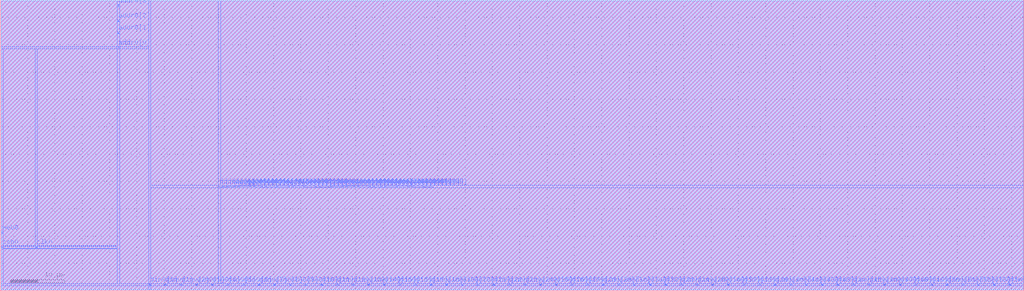
<source format=lef>
VERSION 5.4 ;
NAMESCASESENSITIVE ON ;
BUSBITCHARS "[]" ;
DIVIDERCHAR "/" ;
UNITS
  DATABASE MICRONS 2000 ;
END UNITS
MACRO btb_sram
   CLASS BLOCK ;
   SIZE 187.215 BY 53.22 ;
   SYMMETRY X Y R90 ;
   PIN din0[0]
      DIRECTION INPUT ;
      PORT
         LAYER metal3 ;
         RECT  27.27 1.0375 27.405 1.1725 ;
      END
   END din0[0]
   PIN din0[1]
      DIRECTION INPUT ;
      PORT
         LAYER metal3 ;
         RECT  30.13 1.0375 30.265 1.1725 ;
      END
   END din0[1]
   PIN din0[2]
      DIRECTION INPUT ;
      PORT
         LAYER metal3 ;
         RECT  32.99 1.0375 33.125 1.1725 ;
      END
   END din0[2]
   PIN din0[3]
      DIRECTION INPUT ;
      PORT
         LAYER metal3 ;
         RECT  35.85 1.0375 35.985 1.1725 ;
      END
   END din0[3]
   PIN din0[4]
      DIRECTION INPUT ;
      PORT
         LAYER metal3 ;
         RECT  38.71 1.0375 38.845 1.1725 ;
      END
   END din0[4]
   PIN din0[5]
      DIRECTION INPUT ;
      PORT
         LAYER metal3 ;
         RECT  41.57 1.0375 41.705 1.1725 ;
      END
   END din0[5]
   PIN din0[6]
      DIRECTION INPUT ;
      PORT
         LAYER metal3 ;
         RECT  44.43 1.0375 44.565 1.1725 ;
      END
   END din0[6]
   PIN din0[7]
      DIRECTION INPUT ;
      PORT
         LAYER metal3 ;
         RECT  47.29 1.0375 47.425 1.1725 ;
      END
   END din0[7]
   PIN din0[8]
      DIRECTION INPUT ;
      PORT
         LAYER metal3 ;
         RECT  50.15 1.0375 50.285 1.1725 ;
      END
   END din0[8]
   PIN din0[9]
      DIRECTION INPUT ;
      PORT
         LAYER metal3 ;
         RECT  53.01 1.0375 53.145 1.1725 ;
      END
   END din0[9]
   PIN din0[10]
      DIRECTION INPUT ;
      PORT
         LAYER metal3 ;
         RECT  55.87 1.0375 56.005 1.1725 ;
      END
   END din0[10]
   PIN din0[11]
      DIRECTION INPUT ;
      PORT
         LAYER metal3 ;
         RECT  58.73 1.0375 58.865 1.1725 ;
      END
   END din0[11]
   PIN din0[12]
      DIRECTION INPUT ;
      PORT
         LAYER metal3 ;
         RECT  61.59 1.0375 61.725 1.1725 ;
      END
   END din0[12]
   PIN din0[13]
      DIRECTION INPUT ;
      PORT
         LAYER metal3 ;
         RECT  64.45 1.0375 64.585 1.1725 ;
      END
   END din0[13]
   PIN din0[14]
      DIRECTION INPUT ;
      PORT
         LAYER metal3 ;
         RECT  67.31 1.0375 67.445 1.1725 ;
      END
   END din0[14]
   PIN din0[15]
      DIRECTION INPUT ;
      PORT
         LAYER metal3 ;
         RECT  70.17 1.0375 70.305 1.1725 ;
      END
   END din0[15]
   PIN din0[16]
      DIRECTION INPUT ;
      PORT
         LAYER metal3 ;
         RECT  73.03 1.0375 73.165 1.1725 ;
      END
   END din0[16]
   PIN din0[17]
      DIRECTION INPUT ;
      PORT
         LAYER metal3 ;
         RECT  75.89 1.0375 76.025 1.1725 ;
      END
   END din0[17]
   PIN din0[18]
      DIRECTION INPUT ;
      PORT
         LAYER metal3 ;
         RECT  78.75 1.0375 78.885 1.1725 ;
      END
   END din0[18]
   PIN din0[19]
      DIRECTION INPUT ;
      PORT
         LAYER metal3 ;
         RECT  81.61 1.0375 81.745 1.1725 ;
      END
   END din0[19]
   PIN din0[20]
      DIRECTION INPUT ;
      PORT
         LAYER metal3 ;
         RECT  84.47 1.0375 84.605 1.1725 ;
      END
   END din0[20]
   PIN din0[21]
      DIRECTION INPUT ;
      PORT
         LAYER metal3 ;
         RECT  87.33 1.0375 87.465 1.1725 ;
      END
   END din0[21]
   PIN din0[22]
      DIRECTION INPUT ;
      PORT
         LAYER metal3 ;
         RECT  90.19 1.0375 90.325 1.1725 ;
      END
   END din0[22]
   PIN din0[23]
      DIRECTION INPUT ;
      PORT
         LAYER metal3 ;
         RECT  93.05 1.0375 93.185 1.1725 ;
      END
   END din0[23]
   PIN din0[24]
      DIRECTION INPUT ;
      PORT
         LAYER metal3 ;
         RECT  95.91 1.0375 96.045 1.1725 ;
      END
   END din0[24]
   PIN din0[25]
      DIRECTION INPUT ;
      PORT
         LAYER metal3 ;
         RECT  98.77 1.0375 98.905 1.1725 ;
      END
   END din0[25]
   PIN din0[26]
      DIRECTION INPUT ;
      PORT
         LAYER metal3 ;
         RECT  101.63 1.0375 101.765 1.1725 ;
      END
   END din0[26]
   PIN din0[27]
      DIRECTION INPUT ;
      PORT
         LAYER metal3 ;
         RECT  104.49 1.0375 104.625 1.1725 ;
      END
   END din0[27]
   PIN din0[28]
      DIRECTION INPUT ;
      PORT
         LAYER metal3 ;
         RECT  107.35 1.0375 107.485 1.1725 ;
      END
   END din0[28]
   PIN din0[29]
      DIRECTION INPUT ;
      PORT
         LAYER metal3 ;
         RECT  110.21 1.0375 110.345 1.1725 ;
      END
   END din0[29]
   PIN din0[30]
      DIRECTION INPUT ;
      PORT
         LAYER metal3 ;
         RECT  113.07 1.0375 113.205 1.1725 ;
      END
   END din0[30]
   PIN din0[31]
      DIRECTION INPUT ;
      PORT
         LAYER metal3 ;
         RECT  115.93 1.0375 116.065 1.1725 ;
      END
   END din0[31]
   PIN din0[32]
      DIRECTION INPUT ;
      PORT
         LAYER metal3 ;
         RECT  118.79 1.0375 118.925 1.1725 ;
      END
   END din0[32]
   PIN din0[33]
      DIRECTION INPUT ;
      PORT
         LAYER metal3 ;
         RECT  121.65 1.0375 121.785 1.1725 ;
      END
   END din0[33]
   PIN din0[34]
      DIRECTION INPUT ;
      PORT
         LAYER metal3 ;
         RECT  124.51 1.0375 124.645 1.1725 ;
      END
   END din0[34]
   PIN din0[35]
      DIRECTION INPUT ;
      PORT
         LAYER metal3 ;
         RECT  127.37 1.0375 127.505 1.1725 ;
      END
   END din0[35]
   PIN din0[36]
      DIRECTION INPUT ;
      PORT
         LAYER metal3 ;
         RECT  130.23 1.0375 130.365 1.1725 ;
      END
   END din0[36]
   PIN din0[37]
      DIRECTION INPUT ;
      PORT
         LAYER metal3 ;
         RECT  133.09 1.0375 133.225 1.1725 ;
      END
   END din0[37]
   PIN din0[38]
      DIRECTION INPUT ;
      PORT
         LAYER metal3 ;
         RECT  135.95 1.0375 136.085 1.1725 ;
      END
   END din0[38]
   PIN din0[39]
      DIRECTION INPUT ;
      PORT
         LAYER metal3 ;
         RECT  138.81 1.0375 138.945 1.1725 ;
      END
   END din0[39]
   PIN din0[40]
      DIRECTION INPUT ;
      PORT
         LAYER metal3 ;
         RECT  141.67 1.0375 141.805 1.1725 ;
      END
   END din0[40]
   PIN din0[41]
      DIRECTION INPUT ;
      PORT
         LAYER metal3 ;
         RECT  144.53 1.0375 144.665 1.1725 ;
      END
   END din0[41]
   PIN din0[42]
      DIRECTION INPUT ;
      PORT
         LAYER metal3 ;
         RECT  147.39 1.0375 147.525 1.1725 ;
      END
   END din0[42]
   PIN din0[43]
      DIRECTION INPUT ;
      PORT
         LAYER metal3 ;
         RECT  150.25 1.0375 150.385 1.1725 ;
      END
   END din0[43]
   PIN din0[44]
      DIRECTION INPUT ;
      PORT
         LAYER metal3 ;
         RECT  153.11 1.0375 153.245 1.1725 ;
      END
   END din0[44]
   PIN din0[45]
      DIRECTION INPUT ;
      PORT
         LAYER metal3 ;
         RECT  155.97 1.0375 156.105 1.1725 ;
      END
   END din0[45]
   PIN din0[46]
      DIRECTION INPUT ;
      PORT
         LAYER metal3 ;
         RECT  158.83 1.0375 158.965 1.1725 ;
      END
   END din0[46]
   PIN din0[47]
      DIRECTION INPUT ;
      PORT
         LAYER metal3 ;
         RECT  161.69 1.0375 161.825 1.1725 ;
      END
   END din0[47]
   PIN din0[48]
      DIRECTION INPUT ;
      PORT
         LAYER metal3 ;
         RECT  164.55 1.0375 164.685 1.1725 ;
      END
   END din0[48]
   PIN din0[49]
      DIRECTION INPUT ;
      PORT
         LAYER metal3 ;
         RECT  167.41 1.0375 167.545 1.1725 ;
      END
   END din0[49]
   PIN din0[50]
      DIRECTION INPUT ;
      PORT
         LAYER metal3 ;
         RECT  170.27 1.0375 170.405 1.1725 ;
      END
   END din0[50]
   PIN din0[51]
      DIRECTION INPUT ;
      PORT
         LAYER metal3 ;
         RECT  173.13 1.0375 173.265 1.1725 ;
      END
   END din0[51]
   PIN din0[52]
      DIRECTION INPUT ;
      PORT
         LAYER metal3 ;
         RECT  175.99 1.0375 176.125 1.1725 ;
      END
   END din0[52]
   PIN din0[53]
      DIRECTION INPUT ;
      PORT
         LAYER metal3 ;
         RECT  178.85 1.0375 178.985 1.1725 ;
      END
   END din0[53]
   PIN din0[54]
      DIRECTION INPUT ;
      PORT
         LAYER metal3 ;
         RECT  181.71 1.0375 181.845 1.1725 ;
      END
   END din0[54]
   PIN din0[55]
      DIRECTION INPUT ;
      PORT
         LAYER metal3 ;
         RECT  184.57 1.0375 184.705 1.1725 ;
      END
   END din0[55]
   PIN addr0[0]
      DIRECTION INPUT ;
      PORT
         LAYER metal3 ;
         RECT  21.55 44.3775 21.685 44.5125 ;
      END
   END addr0[0]
   PIN addr0[1]
      DIRECTION INPUT ;
      PORT
         LAYER metal3 ;
         RECT  21.55 47.1075 21.685 47.2425 ;
      END
   END addr0[1]
   PIN addr0[2]
      DIRECTION INPUT ;
      PORT
         LAYER metal3 ;
         RECT  21.55 49.3175 21.685 49.4525 ;
      END
   END addr0[2]
   PIN addr0[3]
      DIRECTION INPUT ;
      PORT
         LAYER metal3 ;
         RECT  21.55 52.0475 21.685 52.1825 ;
      END
   END addr0[3]
   PIN csb0
      DIRECTION INPUT ;
      PORT
         LAYER metal3 ;
         RECT  0.285 7.8475 0.42 7.9825 ;
      END
   END csb0
   PIN web0
      DIRECTION INPUT ;
      PORT
         LAYER metal3 ;
         RECT  0.285 10.5775 0.42 10.7125 ;
      END
   END web0
   PIN clk0
      DIRECTION INPUT ;
      PORT
         LAYER metal3 ;
         RECT  6.5275 7.9325 6.6625 8.0675 ;
      END
   END clk0
   PIN dout0[0]
      DIRECTION OUTPUT ;
      PORT
         LAYER metal3 ;
         RECT  40.02 18.99 40.155 19.125 ;
      END
   END dout0[0]
   PIN dout0[1]
      DIRECTION OUTPUT ;
      PORT
         LAYER metal3 ;
         RECT  40.725 18.99 40.86 19.125 ;
      END
   END dout0[1]
   PIN dout0[2]
      DIRECTION OUTPUT ;
      PORT
         LAYER metal3 ;
         RECT  41.43 18.99 41.565 19.125 ;
      END
   END dout0[2]
   PIN dout0[3]
      DIRECTION OUTPUT ;
      PORT
         LAYER metal3 ;
         RECT  42.135 18.99 42.27 19.125 ;
      END
   END dout0[3]
   PIN dout0[4]
      DIRECTION OUTPUT ;
      PORT
         LAYER metal3 ;
         RECT  42.84 18.99 42.975 19.125 ;
      END
   END dout0[4]
   PIN dout0[5]
      DIRECTION OUTPUT ;
      PORT
         LAYER metal3 ;
         RECT  43.545 18.99 43.68 19.125 ;
      END
   END dout0[5]
   PIN dout0[6]
      DIRECTION OUTPUT ;
      PORT
         LAYER metal3 ;
         RECT  44.25 18.99 44.385 19.125 ;
      END
   END dout0[6]
   PIN dout0[7]
      DIRECTION OUTPUT ;
      PORT
         LAYER metal3 ;
         RECT  44.955 18.99 45.09 19.125 ;
      END
   END dout0[7]
   PIN dout0[8]
      DIRECTION OUTPUT ;
      PORT
         LAYER metal3 ;
         RECT  45.66 18.99 45.795 19.125 ;
      END
   END dout0[8]
   PIN dout0[9]
      DIRECTION OUTPUT ;
      PORT
         LAYER metal3 ;
         RECT  46.365 18.99 46.5 19.125 ;
      END
   END dout0[9]
   PIN dout0[10]
      DIRECTION OUTPUT ;
      PORT
         LAYER metal3 ;
         RECT  47.07 18.99 47.205 19.125 ;
      END
   END dout0[10]
   PIN dout0[11]
      DIRECTION OUTPUT ;
      PORT
         LAYER metal3 ;
         RECT  47.775 18.99 47.91 19.125 ;
      END
   END dout0[11]
   PIN dout0[12]
      DIRECTION OUTPUT ;
      PORT
         LAYER metal3 ;
         RECT  48.48 18.99 48.615 19.125 ;
      END
   END dout0[12]
   PIN dout0[13]
      DIRECTION OUTPUT ;
      PORT
         LAYER metal3 ;
         RECT  49.185 18.99 49.32 19.125 ;
      END
   END dout0[13]
   PIN dout0[14]
      DIRECTION OUTPUT ;
      PORT
         LAYER metal3 ;
         RECT  49.89 18.99 50.025 19.125 ;
      END
   END dout0[14]
   PIN dout0[15]
      DIRECTION OUTPUT ;
      PORT
         LAYER metal3 ;
         RECT  50.595 18.99 50.73 19.125 ;
      END
   END dout0[15]
   PIN dout0[16]
      DIRECTION OUTPUT ;
      PORT
         LAYER metal3 ;
         RECT  51.3 18.99 51.435 19.125 ;
      END
   END dout0[16]
   PIN dout0[17]
      DIRECTION OUTPUT ;
      PORT
         LAYER metal3 ;
         RECT  52.005 18.99 52.14 19.125 ;
      END
   END dout0[17]
   PIN dout0[18]
      DIRECTION OUTPUT ;
      PORT
         LAYER metal3 ;
         RECT  52.71 18.99 52.845 19.125 ;
      END
   END dout0[18]
   PIN dout0[19]
      DIRECTION OUTPUT ;
      PORT
         LAYER metal3 ;
         RECT  53.415 18.99 53.55 19.125 ;
      END
   END dout0[19]
   PIN dout0[20]
      DIRECTION OUTPUT ;
      PORT
         LAYER metal3 ;
         RECT  54.12 18.99 54.255 19.125 ;
      END
   END dout0[20]
   PIN dout0[21]
      DIRECTION OUTPUT ;
      PORT
         LAYER metal3 ;
         RECT  54.825 18.99 54.96 19.125 ;
      END
   END dout0[21]
   PIN dout0[22]
      DIRECTION OUTPUT ;
      PORT
         LAYER metal3 ;
         RECT  55.53 18.99 55.665 19.125 ;
      END
   END dout0[22]
   PIN dout0[23]
      DIRECTION OUTPUT ;
      PORT
         LAYER metal3 ;
         RECT  56.235 18.99 56.37 19.125 ;
      END
   END dout0[23]
   PIN dout0[24]
      DIRECTION OUTPUT ;
      PORT
         LAYER metal3 ;
         RECT  56.94 18.99 57.075 19.125 ;
      END
   END dout0[24]
   PIN dout0[25]
      DIRECTION OUTPUT ;
      PORT
         LAYER metal3 ;
         RECT  57.645 18.99 57.78 19.125 ;
      END
   END dout0[25]
   PIN dout0[26]
      DIRECTION OUTPUT ;
      PORT
         LAYER metal3 ;
         RECT  58.35 18.99 58.485 19.125 ;
      END
   END dout0[26]
   PIN dout0[27]
      DIRECTION OUTPUT ;
      PORT
         LAYER metal3 ;
         RECT  59.055 18.99 59.19 19.125 ;
      END
   END dout0[27]
   PIN dout0[28]
      DIRECTION OUTPUT ;
      PORT
         LAYER metal3 ;
         RECT  59.76 18.99 59.895 19.125 ;
      END
   END dout0[28]
   PIN dout0[29]
      DIRECTION OUTPUT ;
      PORT
         LAYER metal3 ;
         RECT  60.465 18.99 60.6 19.125 ;
      END
   END dout0[29]
   PIN dout0[30]
      DIRECTION OUTPUT ;
      PORT
         LAYER metal3 ;
         RECT  61.17 18.99 61.305 19.125 ;
      END
   END dout0[30]
   PIN dout0[31]
      DIRECTION OUTPUT ;
      PORT
         LAYER metal3 ;
         RECT  61.875 18.99 62.01 19.125 ;
      END
   END dout0[31]
   PIN dout0[32]
      DIRECTION OUTPUT ;
      PORT
         LAYER metal3 ;
         RECT  62.58 18.99 62.715 19.125 ;
      END
   END dout0[32]
   PIN dout0[33]
      DIRECTION OUTPUT ;
      PORT
         LAYER metal3 ;
         RECT  63.285 18.99 63.42 19.125 ;
      END
   END dout0[33]
   PIN dout0[34]
      DIRECTION OUTPUT ;
      PORT
         LAYER metal3 ;
         RECT  63.99 18.99 64.125 19.125 ;
      END
   END dout0[34]
   PIN dout0[35]
      DIRECTION OUTPUT ;
      PORT
         LAYER metal3 ;
         RECT  64.695 18.99 64.83 19.125 ;
      END
   END dout0[35]
   PIN dout0[36]
      DIRECTION OUTPUT ;
      PORT
         LAYER metal3 ;
         RECT  65.4 18.99 65.535 19.125 ;
      END
   END dout0[36]
   PIN dout0[37]
      DIRECTION OUTPUT ;
      PORT
         LAYER metal3 ;
         RECT  66.105 18.99 66.24 19.125 ;
      END
   END dout0[37]
   PIN dout0[38]
      DIRECTION OUTPUT ;
      PORT
         LAYER metal3 ;
         RECT  66.81 18.99 66.945 19.125 ;
      END
   END dout0[38]
   PIN dout0[39]
      DIRECTION OUTPUT ;
      PORT
         LAYER metal3 ;
         RECT  67.515 18.99 67.65 19.125 ;
      END
   END dout0[39]
   PIN dout0[40]
      DIRECTION OUTPUT ;
      PORT
         LAYER metal3 ;
         RECT  68.22 18.99 68.355 19.125 ;
      END
   END dout0[40]
   PIN dout0[41]
      DIRECTION OUTPUT ;
      PORT
         LAYER metal3 ;
         RECT  68.925 18.99 69.06 19.125 ;
      END
   END dout0[41]
   PIN dout0[42]
      DIRECTION OUTPUT ;
      PORT
         LAYER metal3 ;
         RECT  69.63 18.99 69.765 19.125 ;
      END
   END dout0[42]
   PIN dout0[43]
      DIRECTION OUTPUT ;
      PORT
         LAYER metal3 ;
         RECT  70.335 18.99 70.47 19.125 ;
      END
   END dout0[43]
   PIN dout0[44]
      DIRECTION OUTPUT ;
      PORT
         LAYER metal3 ;
         RECT  71.04 18.99 71.175 19.125 ;
      END
   END dout0[44]
   PIN dout0[45]
      DIRECTION OUTPUT ;
      PORT
         LAYER metal3 ;
         RECT  71.745 18.99 71.88 19.125 ;
      END
   END dout0[45]
   PIN dout0[46]
      DIRECTION OUTPUT ;
      PORT
         LAYER metal3 ;
         RECT  72.45 18.99 72.585 19.125 ;
      END
   END dout0[46]
   PIN dout0[47]
      DIRECTION OUTPUT ;
      PORT
         LAYER metal3 ;
         RECT  73.155 18.99 73.29 19.125 ;
      END
   END dout0[47]
   PIN dout0[48]
      DIRECTION OUTPUT ;
      PORT
         LAYER metal3 ;
         RECT  73.86 18.99 73.995 19.125 ;
      END
   END dout0[48]
   PIN dout0[49]
      DIRECTION OUTPUT ;
      PORT
         LAYER metal3 ;
         RECT  74.565 18.99 74.7 19.125 ;
      END
   END dout0[49]
   PIN dout0[50]
      DIRECTION OUTPUT ;
      PORT
         LAYER metal3 ;
         RECT  75.27 18.99 75.405 19.125 ;
      END
   END dout0[50]
   PIN dout0[51]
      DIRECTION OUTPUT ;
      PORT
         LAYER metal3 ;
         RECT  75.975 18.99 76.11 19.125 ;
      END
   END dout0[51]
   PIN dout0[52]
      DIRECTION OUTPUT ;
      PORT
         LAYER metal3 ;
         RECT  76.68 18.99 76.815 19.125 ;
      END
   END dout0[52]
   PIN dout0[53]
      DIRECTION OUTPUT ;
      PORT
         LAYER metal3 ;
         RECT  77.385 18.99 77.52 19.125 ;
      END
   END dout0[53]
   PIN dout0[54]
      DIRECTION OUTPUT ;
      PORT
         LAYER metal3 ;
         RECT  78.09 18.99 78.225 19.125 ;
      END
   END dout0[54]
   PIN dout0[55]
      DIRECTION OUTPUT ;
      PORT
         LAYER metal3 ;
         RECT  78.795 18.99 78.93 19.125 ;
      END
   END dout0[55]
   PIN vdd
      DIRECTION INOUT ;
      USE POWER ; 
      SHAPE ABUTMENT ; 
      PORT
      END
   END vdd
   PIN gnd
      DIRECTION INOUT ;
      USE GROUND ; 
      SHAPE ABUTMENT ; 
      PORT
      END
   END gnd
   OBS
   LAYER  metal1 ;
      RECT  0.14 0.14 187.075 53.08 ;
   LAYER  metal2 ;
      RECT  0.14 0.14 187.075 53.08 ;
   LAYER  metal3 ;
      RECT  0.14 0.14 27.13 0.8975 ;
      RECT  0.14 0.8975 27.13 1.3125 ;
      RECT  27.13 0.14 27.545 0.8975 ;
      RECT  27.13 1.3125 27.545 53.08 ;
      RECT  27.545 0.14 187.075 0.8975 ;
      RECT  27.545 0.8975 29.99 1.3125 ;
      RECT  30.405 0.8975 32.85 1.3125 ;
      RECT  33.265 0.8975 35.71 1.3125 ;
      RECT  36.125 0.8975 38.57 1.3125 ;
      RECT  38.985 0.8975 41.43 1.3125 ;
      RECT  41.845 0.8975 44.29 1.3125 ;
      RECT  44.705 0.8975 47.15 1.3125 ;
      RECT  47.565 0.8975 50.01 1.3125 ;
      RECT  50.425 0.8975 52.87 1.3125 ;
      RECT  53.285 0.8975 55.73 1.3125 ;
      RECT  56.145 0.8975 58.59 1.3125 ;
      RECT  59.005 0.8975 61.45 1.3125 ;
      RECT  61.865 0.8975 64.31 1.3125 ;
      RECT  64.725 0.8975 67.17 1.3125 ;
      RECT  67.585 0.8975 70.03 1.3125 ;
      RECT  70.445 0.8975 72.89 1.3125 ;
      RECT  73.305 0.8975 75.75 1.3125 ;
      RECT  76.165 0.8975 78.61 1.3125 ;
      RECT  79.025 0.8975 81.47 1.3125 ;
      RECT  81.885 0.8975 84.33 1.3125 ;
      RECT  84.745 0.8975 87.19 1.3125 ;
      RECT  87.605 0.8975 90.05 1.3125 ;
      RECT  90.465 0.8975 92.91 1.3125 ;
      RECT  93.325 0.8975 95.77 1.3125 ;
      RECT  96.185 0.8975 98.63 1.3125 ;
      RECT  99.045 0.8975 101.49 1.3125 ;
      RECT  101.905 0.8975 104.35 1.3125 ;
      RECT  104.765 0.8975 107.21 1.3125 ;
      RECT  107.625 0.8975 110.07 1.3125 ;
      RECT  110.485 0.8975 112.93 1.3125 ;
      RECT  113.345 0.8975 115.79 1.3125 ;
      RECT  116.205 0.8975 118.65 1.3125 ;
      RECT  119.065 0.8975 121.51 1.3125 ;
      RECT  121.925 0.8975 124.37 1.3125 ;
      RECT  124.785 0.8975 127.23 1.3125 ;
      RECT  127.645 0.8975 130.09 1.3125 ;
      RECT  130.505 0.8975 132.95 1.3125 ;
      RECT  133.365 0.8975 135.81 1.3125 ;
      RECT  136.225 0.8975 138.67 1.3125 ;
      RECT  139.085 0.8975 141.53 1.3125 ;
      RECT  141.945 0.8975 144.39 1.3125 ;
      RECT  144.805 0.8975 147.25 1.3125 ;
      RECT  147.665 0.8975 150.11 1.3125 ;
      RECT  150.525 0.8975 152.97 1.3125 ;
      RECT  153.385 0.8975 155.83 1.3125 ;
      RECT  156.245 0.8975 158.69 1.3125 ;
      RECT  159.105 0.8975 161.55 1.3125 ;
      RECT  161.965 0.8975 164.41 1.3125 ;
      RECT  164.825 0.8975 167.27 1.3125 ;
      RECT  167.685 0.8975 170.13 1.3125 ;
      RECT  170.545 0.8975 172.99 1.3125 ;
      RECT  173.405 0.8975 175.85 1.3125 ;
      RECT  176.265 0.8975 178.71 1.3125 ;
      RECT  179.125 0.8975 181.57 1.3125 ;
      RECT  181.985 0.8975 184.43 1.3125 ;
      RECT  184.845 0.8975 187.075 1.3125 ;
      RECT  0.14 44.2375 21.41 44.6525 ;
      RECT  0.14 44.6525 21.41 53.08 ;
      RECT  21.41 1.3125 21.825 44.2375 ;
      RECT  21.825 1.3125 27.13 44.2375 ;
      RECT  21.825 44.2375 27.13 44.6525 ;
      RECT  21.825 44.6525 27.13 53.08 ;
      RECT  21.41 44.6525 21.825 46.9675 ;
      RECT  21.41 47.3825 21.825 49.1775 ;
      RECT  21.41 49.5925 21.825 51.9075 ;
      RECT  21.41 52.3225 21.825 53.08 ;
      RECT  0.14 1.3125 0.145 7.7075 ;
      RECT  0.14 7.7075 0.145 8.1225 ;
      RECT  0.14 8.1225 0.145 44.2375 ;
      RECT  0.145 1.3125 0.56 7.7075 ;
      RECT  0.56 1.3125 21.41 7.7075 ;
      RECT  0.145 8.1225 0.56 10.4375 ;
      RECT  0.145 10.8525 0.56 44.2375 ;
      RECT  0.56 7.7075 6.3875 7.7925 ;
      RECT  0.56 7.7925 6.3875 8.1225 ;
      RECT  6.3875 7.7075 6.8025 7.7925 ;
      RECT  6.8025 7.7075 21.41 7.7925 ;
      RECT  6.8025 7.7925 21.41 8.1225 ;
      RECT  0.56 8.1225 6.3875 8.2075 ;
      RECT  0.56 8.2075 6.3875 44.2375 ;
      RECT  6.3875 8.2075 6.8025 44.2375 ;
      RECT  6.8025 8.1225 21.41 8.2075 ;
      RECT  6.8025 8.2075 21.41 44.2375 ;
      RECT  27.545 1.3125 39.88 18.85 ;
      RECT  27.545 18.85 39.88 19.265 ;
      RECT  27.545 19.265 39.88 53.08 ;
      RECT  39.88 1.3125 40.295 18.85 ;
      RECT  39.88 19.265 40.295 53.08 ;
      RECT  40.295 1.3125 187.075 18.85 ;
      RECT  40.295 19.265 187.075 53.08 ;
      RECT  40.295 18.85 40.585 19.265 ;
      RECT  41.0 18.85 41.29 19.265 ;
      RECT  41.705 18.85 41.995 19.265 ;
      RECT  42.41 18.85 42.7 19.265 ;
      RECT  43.115 18.85 43.405 19.265 ;
      RECT  43.82 18.85 44.11 19.265 ;
      RECT  44.525 18.85 44.815 19.265 ;
      RECT  45.23 18.85 45.52 19.265 ;
      RECT  45.935 18.85 46.225 19.265 ;
      RECT  46.64 18.85 46.93 19.265 ;
      RECT  47.345 18.85 47.635 19.265 ;
      RECT  48.05 18.85 48.34 19.265 ;
      RECT  48.755 18.85 49.045 19.265 ;
      RECT  49.46 18.85 49.75 19.265 ;
      RECT  50.165 18.85 50.455 19.265 ;
      RECT  50.87 18.85 51.16 19.265 ;
      RECT  51.575 18.85 51.865 19.265 ;
      RECT  52.28 18.85 52.57 19.265 ;
      RECT  52.985 18.85 53.275 19.265 ;
      RECT  53.69 18.85 53.98 19.265 ;
      RECT  54.395 18.85 54.685 19.265 ;
      RECT  55.1 18.85 55.39 19.265 ;
      RECT  55.805 18.85 56.095 19.265 ;
      RECT  56.51 18.85 56.8 19.265 ;
      RECT  57.215 18.85 57.505 19.265 ;
      RECT  57.92 18.85 58.21 19.265 ;
      RECT  58.625 18.85 58.915 19.265 ;
      RECT  59.33 18.85 59.62 19.265 ;
      RECT  60.035 18.85 60.325 19.265 ;
      RECT  60.74 18.85 61.03 19.265 ;
      RECT  61.445 18.85 61.735 19.265 ;
      RECT  62.15 18.85 62.44 19.265 ;
      RECT  62.855 18.85 63.145 19.265 ;
      RECT  63.56 18.85 63.85 19.265 ;
      RECT  64.265 18.85 64.555 19.265 ;
      RECT  64.97 18.85 65.26 19.265 ;
      RECT  65.675 18.85 65.965 19.265 ;
      RECT  66.38 18.85 66.67 19.265 ;
      RECT  67.085 18.85 67.375 19.265 ;
      RECT  67.79 18.85 68.08 19.265 ;
      RECT  68.495 18.85 68.785 19.265 ;
      RECT  69.2 18.85 69.49 19.265 ;
      RECT  69.905 18.85 70.195 19.265 ;
      RECT  70.61 18.85 70.9 19.265 ;
      RECT  71.315 18.85 71.605 19.265 ;
      RECT  72.02 18.85 72.31 19.265 ;
      RECT  72.725 18.85 73.015 19.265 ;
      RECT  73.43 18.85 73.72 19.265 ;
      RECT  74.135 18.85 74.425 19.265 ;
      RECT  74.84 18.85 75.13 19.265 ;
      RECT  75.545 18.85 75.835 19.265 ;
      RECT  76.25 18.85 76.54 19.265 ;
      RECT  76.955 18.85 77.245 19.265 ;
      RECT  77.66 18.85 77.95 19.265 ;
      RECT  78.365 18.85 78.655 19.265 ;
      RECT  79.07 18.85 187.075 19.265 ;
   LAYER  metal4 ;
      RECT  0.14 0.14 187.075 53.08 ;
   END
END    btb_sram
END    LIBRARY

</source>
